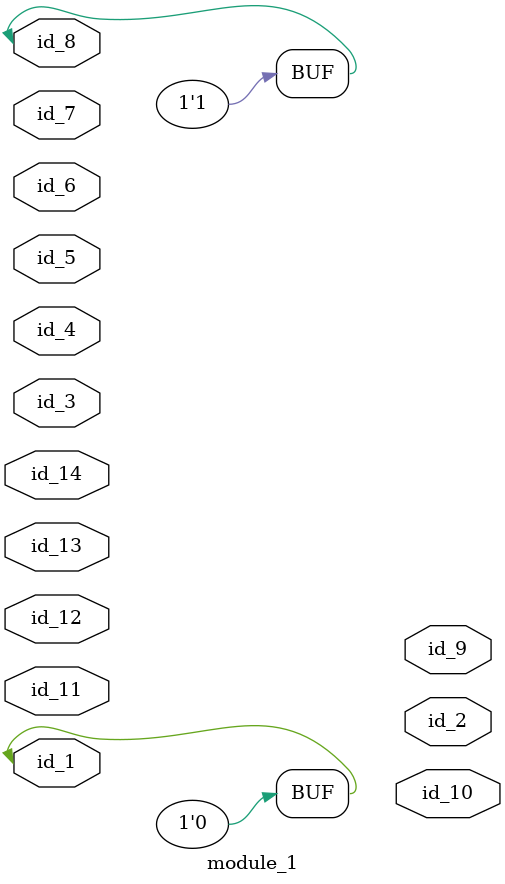
<source format=v>
module module_0;
  always id_1.id_1 = id_1;
endmodule
module module_1 (
    id_1,
    id_2,
    id_3,
    id_4,
    id_5,
    id_6,
    id_7,
    id_8,
    id_9,
    id_10,
    id_11,
    id_12,
    id_13,
    id_14
);
  inout wire id_14;
  input wire id_13;
  inout wire id_12;
  inout wire id_11;
  output wire id_10;
  output wire id_9;
  inout wire id_8;
  inout wire id_7;
  input wire id_6;
  input wire id_5;
  inout wire id_4;
  inout wire id_3;
  output wire id_2;
  inout wire id_1;
  wire id_15;
  assign id_8 = -1;
  assign id_1[-1'b0] = -1'h0 == -1 & id_6;
  module_0 modCall_1 ();
endmodule

</source>
